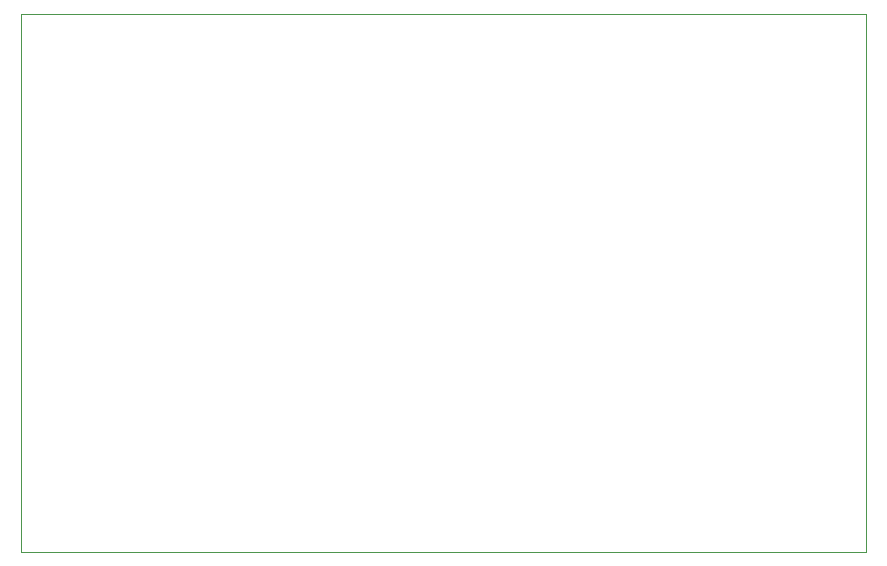
<source format=gbr>
%TF.GenerationSoftware,KiCad,Pcbnew,9.0.2*%
%TF.CreationDate,2025-05-18T21:43:27-07:00*%
%TF.ProjectId,proj,70726f6a-2e6b-4696-9361-645f70636258,rev?*%
%TF.SameCoordinates,Original*%
%TF.FileFunction,Profile,NP*%
%FSLAX46Y46*%
G04 Gerber Fmt 4.6, Leading zero omitted, Abs format (unit mm)*
G04 Created by KiCad (PCBNEW 9.0.2) date 2025-05-18 21:43:27*
%MOMM*%
%LPD*%
G01*
G04 APERTURE LIST*
%TA.AperFunction,Profile*%
%ADD10C,0.050000*%
%TD*%
G04 APERTURE END LIST*
D10*
X148900000Y-65700000D02*
X220400000Y-65700000D01*
X220400000Y-111300000D01*
X148900000Y-111300000D01*
X148900000Y-65700000D01*
M02*

</source>
